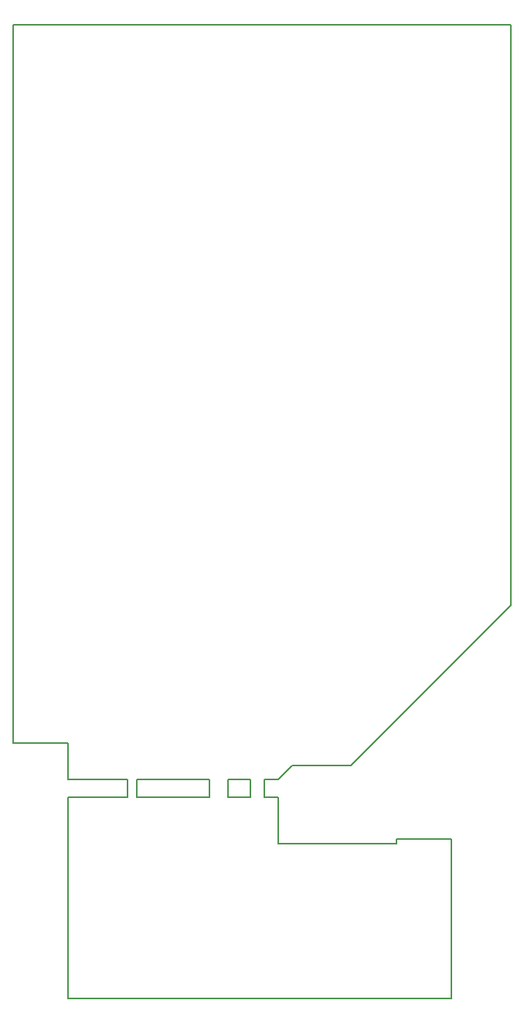
<source format=gm1>
G04 #@! TF.FileFunction,Profile,NP*
%FSLAX46Y46*%
G04 Gerber Fmt 4.6, Leading zero omitted, Abs format (unit mm)*
G04 Created by KiCad (PCBNEW 4.0.2+dfsg1-stable) date dim. 11 sept. 2016 16:29:45 CEST*
%MOMM*%
G01*
G04 APERTURE LIST*
%ADD10C,0.150000*%
%ADD11C,0.200000*%
G04 APERTURE END LIST*
D10*
D11*
X106000000Y-41000000D02*
X103500000Y-41000000D01*
X106000000Y-43000000D02*
X106000000Y-41000000D01*
X103500000Y-43000000D02*
X106000000Y-43000000D01*
X103500000Y-41000000D02*
X103500000Y-43000000D01*
X101500000Y-41000000D02*
X93500000Y-41000000D01*
X101500000Y-43000000D02*
X101500000Y-41000000D01*
X93500000Y-43000000D02*
X101500000Y-43000000D01*
X93500000Y-41000000D02*
X93500000Y-43000000D01*
X86000000Y-41000000D02*
X86000000Y-37000000D01*
X92500000Y-41000000D02*
X86000000Y-41000000D01*
X92500000Y-43000000D02*
X92500000Y-41000000D01*
X86000000Y-43000000D02*
X92500000Y-43000000D01*
X80000000Y-37000000D02*
X86000000Y-37000000D01*
X80000000Y41500000D02*
X80000000Y-37000000D01*
X134500000Y41500000D02*
X80000000Y41500000D01*
X134500000Y-22000000D02*
X134500000Y41500000D01*
X117000000Y-39500000D02*
X134500000Y-22000000D01*
X110500000Y-39500000D02*
X117000000Y-39500000D01*
X109000000Y-41000000D02*
X110500000Y-39500000D01*
X107500000Y-41000000D02*
X109000000Y-41000000D01*
X107500000Y-43000000D02*
X107500000Y-41000000D01*
X109000000Y-43000000D02*
X107500000Y-43000000D01*
X86000000Y-65000000D02*
X86000000Y-43000000D01*
X128000000Y-65000000D02*
X86000000Y-65000000D01*
X128000000Y-47500000D02*
X128000000Y-65000000D01*
X109000000Y-48000000D02*
X109000000Y-43000000D01*
X122000000Y-48000000D02*
X109000000Y-48000000D01*
X122000000Y-47500000D02*
X122000000Y-48000000D01*
X128000000Y-47500000D02*
X122000000Y-47500000D01*
M02*

</source>
